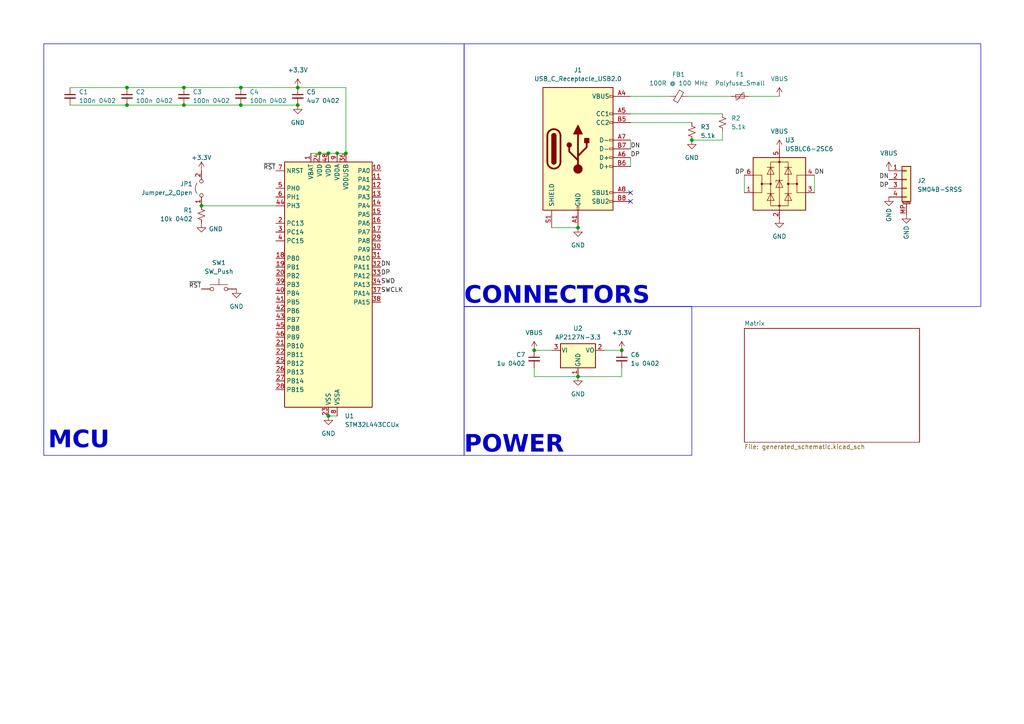
<source format=kicad_sch>
(kicad_sch (version 20230121) (generator eeschema)
  (paper "A4")
  (lib_symbols
    (symbol "Connector:USB_C_Receptacle_USB2.0" (pin_names (offset 1.016))
      (property "Reference" "J" (at -10.16 19.05 0))
      (property "Value" "USB_C_Receptacle_USB2.0" (at 19.05 19.05 0))
      (symbol "USB_C_Receptacle_USB2.0_0_0"
        (rectangle (start -0.254 -17.78) (end 0.254 -16.764))
        (rectangle (start 10.16 -14.986) (end 9.144 -15.494))
        (rectangle (start 10.16 -12.446) (end 9.144 -12.954))
        (rectangle (start 10.16 -4.826) (end 9.144 -5.334))
        (rectangle (start 10.16 -2.286) (end 9.144 -2.794))
        (rectangle (start 10.16 0.254) (end 9.144 -0.254))
        (rectangle (start 10.16 2.794) (end 9.144 2.286))
        (rectangle (start 10.16 7.874) (end 9.144 7.366))
        (rectangle (start 10.16 10.414) (end 9.144 9.906))
        (rectangle (start 10.16 15.494) (end 9.144 14.986))
      )
      (symbol "USB_C_Receptacle_USB2.0_0_1"
        (rectangle (start -10.16 17.78) (end 10.16 -17.78) (stroke (width 0.254)) (fill (type background)))
        (arc (start -8.89 -3.81) (mid -6.985 -5.7067) (end -5.08 -3.81) (stroke (width 0.508)))
        (arc (start -7.62 -3.81) (mid -6.985 -4.4423) (end -6.35 -3.81) (stroke (width 0.254)))
        (arc (start -7.62 -3.81) (mid -6.985 -4.4423) (end -6.35 -3.81) (stroke (width 0.254)) (fill (type outline)))
        (rectangle (start -7.62 -3.81) (end -6.35 3.81) (stroke (width 0.254)) (fill (type outline)))
        (arc (start -6.35 3.81) (mid -6.985 4.4423) (end -7.62 3.81) (stroke (width 0.254)))
        (arc (start -6.35 3.81) (mid -6.985 4.4423) (end -7.62 3.81) (stroke (width 0.254)) (fill (type outline)))
        (arc (start -5.08 3.81) (mid -6.985 5.7067) (end -8.89 3.81) (stroke (width 0.508)))
        (circle (center -2.54 1.143) (radius 0.635) (stroke (width 0.254)) (fill (type outline)))
        (circle (center 0 -5.842) (radius 1.27) (fill (type outline)))
        (polyline (pts (xy -8.89 -3.81) (xy -8.89 3.81)) (stroke (width 0.508)))
        (polyline (pts (xy -5.08 3.81) (xy -5.08 -3.81)) (stroke (width 0.508)))
        (polyline (pts (xy 0 -5.842) (xy 0 4.318)) (stroke (width 0.508)))
        (polyline (pts (xy 0 -3.302) (xy -2.54 -0.762) (xy -2.54 0.508)) (stroke (width 0.508)))
        (polyline (pts (xy 0 -2.032) (xy 2.54 0.508) (xy 2.54 1.778)) (stroke (width 0.508)))
        (polyline (pts (xy -1.27 4.318) (xy 0 6.858) (xy 1.27 4.318) (xy -1.27 4.318)) (stroke (width 0.254)) (fill (type outline)))
        (rectangle (start 1.905 1.778) (end 3.175 3.048) (stroke (width 0.254)) (fill (type outline)))
      )
      (symbol "USB_C_Receptacle_USB2.0_1_1"
        (pin passive line (at 0 -22.86 90) (length 5.08) (name "GND") (number "A1"))
        (pin passive line (at 0 -22.86 90) (length 5.08) hide (name "GND") (number "A12"))
        (pin passive line (at 15.24 15.24 180) (length 5.08) (name "VBUS") (number "A4"))
        (pin bidirectional line (at 15.24 10.16 180) (length 5.08) (name "CC1") (number "A5"))
        (pin bidirectional line (at 15.24 -2.54 180) (length 5.08) (name "D+") (number "A6"))
        (pin bidirectional line (at 15.24 2.54 180) (length 5.08) (name "D-") (number "A7"))
        (pin bidirectional line (at 15.24 -12.7 180) (length 5.08) (name "SBU1") (number "A8"))
        (pin passive line (at 15.24 15.24 180) (length 5.08) hide (name "VBUS") (number "A9"))
        (pin passive line (at 0 -22.86 90) (length 5.08) hide (name "GND") (number "B1"))
        (pin passive line (at 0 -22.86 90) (length 5.08) hide (name "GND") (number "B12"))
        (pin passive line (at 15.24 15.24 180) (length 5.08) hide (name "VBUS") (number "B4"))
        (pin bidirectional line (at 15.24 7.62 180) (length 5.08) (name "CC2") (number "B5"))
        (pin bidirectional line (at 15.24 -5.08 180) (length 5.08) (name "D+") (number "B6"))
        (pin bidirectional line (at 15.24 0 180) (length 5.08) (name "D-") (number "B7"))
        (pin bidirectional line (at 15.24 -15.24 180) (length 5.08) (name "SBU2") (number "B8"))
        (pin passive line (at 15.24 15.24 180) (length 5.08) hide (name "VBUS") (number "B9"))
        (pin passive line (at -7.62 -22.86 90) (length 5.08) (name "SHIELD") (number "S1"))
      )
    )
    (symbol "Connector_Generic_MountingPin:Conn_01x04_MountingPin" (pin_names (offset 1.016) hide)
      (property "Reference" "J" (at 0 5.08 0))
      (property "Value" "Conn_01x04_MountingPin" (at 1.27 -7.62 0))
      (symbol "Conn_01x04_MountingPin_1_1"
        (rectangle (start -1.27 -4.953) (end 0 -5.207) (stroke (width 0.1524)))
        (rectangle (start -1.27 -2.413) (end 0 -2.667) (stroke (width 0.1524)))
        (rectangle (start -1.27 0.127) (end 0 -0.127) (stroke (width 0.1524)))
        (rectangle (start -1.27 2.667) (end 0 2.413) (stroke (width 0.1524)))
        (rectangle (start -1.27 3.81) (end 1.27 -6.35) (stroke (width 0.254)) (fill (type background)))
        (polyline (pts (xy -1.016 -7.112) (xy 1.016 -7.112)) (stroke (width 0.1524)))
        (text "Mounting" (at 0 -6.731 0) (effects (font (size 0.381 0.381))))
        (pin passive line (at -5.08 2.54 0) (length 3.81) (name "Pin_1") (number "1"))
        (pin passive line (at -5.08 0 0) (length 3.81) (name "Pin_2") (number "2"))
        (pin passive line (at -5.08 -2.54 0) (length 3.81) (name "Pin_3") (number "3"))
        (pin passive line (at -5.08 -5.08 0) (length 3.81) (name "Pin_4") (number "4"))
        (pin passive line (at 0 -10.16 90) (length 3.048) (name "MountPin") (number "MP"))
      )
    )
    (symbol "Device:C_Small" (pin_numbers hide) (pin_names (offset 0.254) hide)
      (property "Reference" "C" (at 0.254 1.778 0))
      (property "Value" "C_Small" (at 0.254 -2.032 0))
      (symbol "C_Small_0_1"
        (polyline (pts (xy -1.524 -0.508) (xy 1.524 -0.508)) (stroke (width 0.3302)))
        (polyline (pts (xy -1.524 0.508) (xy 1.524 0.508)) (stroke (width 0.3048)))
      )
      (symbol "C_Small_1_1"
        (pin passive line (at 0 2.54 270) (length 2.032) (name "~") (number "1"))
        (pin passive line (at 0 -2.54 90) (length 2.032) (name "~") (number "2"))
      )
    )
    (symbol "Device:FerriteBead_Small" (pin_numbers hide) (pin_names (offset 0))
      (property "Reference" "FB" (at 1.905 1.27 0))
      (property "Value" "FerriteBead_Small" (at 1.905 -1.27 0))
      (symbol "FerriteBead_Small_0_1"
        (polyline (pts (xy 0 -1.27) (xy 0 -0.7874)))
        (polyline (pts (xy 0 0.889) (xy 0 1.2954)))
        (polyline (pts (xy -1.8288 0.2794) (xy -1.1176 1.4986) (xy 1.8288 -0.2032) (xy 1.1176 -1.4224) (xy -1.8288 0.2794)))
      )
      (symbol "FerriteBead_Small_1_1"
        (pin passive line (at 0 2.54 270) (length 1.27) (name "~") (number "1"))
        (pin passive line (at 0 -2.54 90) (length 1.27) (name "~") (number "2"))
      )
    )
    (symbol "Device:Polyfuse_Small" (pin_numbers hide) (pin_names (offset 0))
      (property "Reference" "F" (at -1.905 0 90))
      (property "Value" "Polyfuse_Small" (at 1.905 0 90))
      (symbol "Polyfuse_Small_0_1"
        (rectangle (start -0.508 1.27) (end 0.508 -1.27))
        (polyline (pts (xy 0 2.54) (xy 0 -2.54)))
        (polyline (pts (xy -1.016 1.27) (xy -1.016 0.762) (xy 1.016 -0.762) (xy 1.016 -1.27)))
      )
      (symbol "Polyfuse_Small_1_1"
        (pin passive line (at 0 2.54 270) (length 0.635) (name "~") (number "1"))
        (pin passive line (at 0 -2.54 90) (length 0.635) (name "~") (number "2"))
      )
    )
    (symbol "Device:R_Small_US" (pin_numbers hide) (pin_names (offset 0.254) hide)
      (property "Reference" "R" (at 0.762 0.508 0))
      (property "Value" "R_Small_US" (at 0.762 -1.016 0))
      (symbol "R_Small_US_1_1"
        (polyline (pts (xy 0 0) (xy 1.016 -0.381) (xy 0 -0.762) (xy -1.016 -1.143) (xy 0 -1.524)))
        (polyline (pts (xy 0 1.524) (xy 1.016 1.143) (xy 0 0.762) (xy -1.016 0.381) (xy 0 0)))
        (pin passive line (at 0 2.54 270) (length 1.016) (name "~") (number "1"))
        (pin passive line (at 0 -2.54 90) (length 1.016) (name "~") (number "2"))
      )
    )
    (symbol "Jumper:Jumper_2_Open" (pin_names (offset 0) hide)
      (property "Reference" "JP" (at 0 2.794 0))
      (property "Value" "Jumper_2_Open" (at 0 -2.286 0))
      (symbol "Jumper_2_Open_0_0"
        (circle (center -2.032 0) (radius 0.508))
        (circle (center 2.032 0) (radius 0.508))
      )
      (symbol "Jumper_2_Open_0_1"
        (arc (start 1.524 1.27) (mid 0 1.778) (end -1.524 1.27))
      )
      (symbol "Jumper_2_Open_1_1"
        (pin passive line (at -5.08 0 0) (length 2.54) (name "A") (number "1"))
        (pin passive line (at 5.08 0 180) (length 2.54) (name "B") (number "2"))
      )
    )
    (symbol "MCU_ST_STM32L4:STM32L443CCUx"
      (property "Reference" "U" (at -12.7 36.83 0))
      (property "Value" "STM32L443CCUx" (at 7.62 36.83 0))
      (symbol "STM32L443CCUx_0_1"
        (rectangle (start -12.7 -35.56) (end 12.7 35.56) (stroke (width 0.254)) (fill (type background)))
      )
      (symbol "STM32L443CCUx_1_1"
        (pin power_in line (at -5.08 38.1 270) (length 2.54) (name "VBAT") (number "1"))
        (pin bidirectional line (at 15.24 33.02 180) (length 2.54) (name "PA0") (number "10"))
        (pin bidirectional line (at 15.24 30.48 180) (length 2.54) (name "PA1") (number "11"))
        (pin bidirectional line (at 15.24 27.94 180) (length 2.54) (name "PA2") (number "12"))
        (pin bidirectional line (at 15.24 25.4 180) (length 2.54) (name "PA3") (number "13"))
        (pin bidirectional line (at 15.24 22.86 180) (length 2.54) (name "PA4") (number "14"))
        (pin bidirectional line (at 15.24 20.32 180) (length 2.54) (name "PA5") (number "15"))
        (pin bidirectional line (at 15.24 17.78 180) (length 2.54) (name "PA6") (number "16"))
        (pin bidirectional line (at 15.24 15.24 180) (length 2.54) (name "PA7") (number "17"))
        (pin bidirectional line (at -15.24 7.62 0) (length 2.54) (name "PB0") (number "18"))
        (pin bidirectional line (at -15.24 5.08 0) (length 2.54) (name "PB1") (number "19"))
        (pin bidirectional line (at -15.24 17.78 0) (length 2.54) (name "PC13") (number "2"))
        (pin bidirectional line (at -15.24 2.54 0) (length 2.54) (name "PB2") (number "20"))
        (pin bidirectional line (at -15.24 -17.78 0) (length 2.54) (name "PB10") (number "21"))
        (pin bidirectional line (at -15.24 -20.32 0) (length 2.54) (name "PB11") (number "22"))
        (pin power_in line (at 0 -38.1 90) (length 2.54) (name "VSS") (number "23"))
        (pin power_in line (at -2.54 38.1 270) (length 2.54) (name "VDD") (number "24"))
        (pin bidirectional line (at -15.24 -22.86 0) (length 2.54) (name "PB12") (number "25"))
        (pin bidirectional line (at -15.24 -25.4 0) (length 2.54) (name "PB13") (number "26"))
        (pin bidirectional line (at -15.24 -27.94 0) (length 2.54) (name "PB14") (number "27"))
        (pin bidirectional line (at -15.24 -30.48 0) (length 2.54) (name "PB15") (number "28"))
        (pin bidirectional line (at 15.24 12.7 180) (length 2.54) (name "PA8") (number "29"))
        (pin bidirectional line (at -15.24 15.24 0) (length 2.54) (name "PC14") (number "3"))
        (pin bidirectional line (at 15.24 10.16 180) (length 2.54) (name "PA9") (number "30"))
        (pin bidirectional line (at 15.24 7.62 180) (length 2.54) (name "PA10") (number "31"))
        (pin bidirectional line (at 15.24 5.08 180) (length 2.54) (name "PA11") (number "32"))
        (pin bidirectional line (at 15.24 2.54 180) (length 2.54) (name "PA12") (number "33"))
        (pin bidirectional line (at 15.24 0 180) (length 2.54) (name "PA13") (number "34"))
        (pin passive line (at 0 -38.1 90) (length 2.54) hide (name "VSS") (number "35"))
        (pin power_in line (at 5.08 38.1 270) (length 2.54) (name "VDDUSB") (number "36"))
        (pin bidirectional line (at 15.24 -2.54 180) (length 2.54) (name "PA14") (number "37"))
        (pin bidirectional line (at 15.24 -5.08 180) (length 2.54) (name "PA15") (number "38"))
        (pin bidirectional line (at -15.24 0 0) (length 2.54) (name "PB3") (number "39"))
        (pin bidirectional line (at -15.24 12.7 0) (length 2.54) (name "PC15") (number "4"))
        (pin bidirectional line (at -15.24 -2.54 0) (length 2.54) (name "PB4") (number "40"))
        (pin bidirectional line (at -15.24 -5.08 0) (length 2.54) (name "PB5") (number "41"))
        (pin bidirectional line (at -15.24 -7.62 0) (length 2.54) (name "PB6") (number "42"))
        (pin bidirectional line (at -15.24 -10.16 0) (length 2.54) (name "PB7") (number "43"))
        (pin bidirectional line (at -15.24 22.86 0) (length 2.54) (name "PH3") (number "44"))
        (pin bidirectional line (at -15.24 -12.7 0) (length 2.54) (name "PB8") (number "45"))
        (pin bidirectional line (at -15.24 -15.24 0) (length 2.54) (name "PB9") (number "46"))
        (pin passive line (at 0 -38.1 90) (length 2.54) hide (name "VSS") (number "47"))
        (pin power_in line (at 0 38.1 270) (length 2.54) (name "VDD") (number "48"))
        (pin passive line (at 0 -38.1 90) (length 2.54) hide (name "VSS") (number "49"))
        (pin bidirectional line (at -15.24 27.94 0) (length 2.54) (name "PH0") (number "5"))
        (pin bidirectional line (at -15.24 25.4 0) (length 2.54) (name "PH1") (number "6"))
        (pin input line (at -15.24 33.02 0) (length 2.54) (name "NRST") (number "7"))
        (pin power_in line (at 2.54 -38.1 90) (length 2.54) (name "VSSA") (number "8"))
        (pin power_in line (at 2.54 38.1 270) (length 2.54) (name "VDDA") (number "9"))
      )
    )
    (symbol "Power_Protection:USBLC6-2SC6" (pin_names hide)
      (property "Reference" "U" (at 2.54 8.89 0))
      (property "Value" "USBLC6-2SC6" (at 2.54 -8.89 0))
      (symbol "USBLC6-2SC6_0_1"
        (rectangle (start -7.62 -7.62) (end 7.62 7.62) (stroke (width 0.254)) (fill (type background)))
        (circle (center -5.08 0) (radius 0.254) (fill (type outline)))
        (circle (center -2.54 0) (radius 0.254) (fill (type outline)))
        (rectangle (start -2.54 6.35) (end 2.54 -6.35))
        (circle (center 0 -6.35) (radius 0.254) (fill (type outline)))
        (polyline (pts (xy -5.08 -2.54) (xy -7.62 -2.54)))
        (polyline (pts (xy -5.08 0) (xy -5.08 -2.54)))
        (polyline (pts (xy -5.08 2.54) (xy -7.62 2.54)))
        (polyline (pts (xy -1.524 -2.794) (xy -3.556 -2.794)))
        (polyline (pts (xy -1.524 4.826) (xy -3.556 4.826)))
        (polyline (pts (xy 0 -7.62) (xy 0 -6.35)))
        (polyline (pts (xy 0 -6.35) (xy 0 1.27)))
        (polyline (pts (xy 0 1.27) (xy 0 6.35)))
        (polyline (pts (xy 0 6.35) (xy 0 7.62)))
        (polyline (pts (xy 1.524 -2.794) (xy 3.556 -2.794)))
        (polyline (pts (xy 1.524 4.826) (xy 3.556 4.826)))
        (polyline (pts (xy 5.08 -2.54) (xy 7.62 -2.54)))
        (polyline (pts (xy 5.08 0) (xy 5.08 -2.54)))
        (polyline (pts (xy 5.08 2.54) (xy 7.62 2.54)))
        (polyline (pts (xy -2.54 0) (xy -5.08 0) (xy -5.08 2.54)))
        (polyline (pts (xy 2.54 0) (xy 5.08 0) (xy 5.08 2.54)))
        (polyline (pts (xy -3.556 -4.826) (xy -1.524 -4.826) (xy -2.54 -2.794) (xy -3.556 -4.826)))
        (polyline (pts (xy -3.556 2.794) (xy -1.524 2.794) (xy -2.54 4.826) (xy -3.556 2.794)))
        (polyline (pts (xy -1.016 -1.016) (xy 1.016 -1.016) (xy 0 1.016) (xy -1.016 -1.016)))
        (polyline (pts (xy 1.016 1.016) (xy 0.762 1.016) (xy -1.016 1.016) (xy -1.016 0.508)))
        (polyline (pts (xy 3.556 -4.826) (xy 1.524 -4.826) (xy 2.54 -2.794) (xy 3.556 -4.826)))
        (polyline (pts (xy 3.556 2.794) (xy 1.524 2.794) (xy 2.54 4.826) (xy 3.556 2.794)))
        (circle (center 0 6.35) (radius 0.254) (fill (type outline)))
        (circle (center 2.54 0) (radius 0.254) (fill (type outline)))
        (circle (center 5.08 0) (radius 0.254) (fill (type outline)))
      )
      (symbol "USBLC6-2SC6_1_1"
        (pin passive line (at -10.16 -2.54 0) (length 2.54) (name "I/O1") (number "1"))
        (pin passive line (at 0 -10.16 90) (length 2.54) (name "GND") (number "2"))
        (pin passive line (at 10.16 -2.54 180) (length 2.54) (name "I/O2") (number "3"))
        (pin passive line (at 10.16 2.54 180) (length 2.54) (name "I/O2") (number "4"))
        (pin passive line (at 0 10.16 270) (length 2.54) (name "VBUS") (number "5"))
        (pin passive line (at -10.16 2.54 0) (length 2.54) (name "I/O1") (number "6"))
      )
    )
    (symbol "Regulator_Linear:AP2127N-3.3" (pin_names (offset 0.254))
      (property "Reference" "U" (at -3.81 3.175 0))
      (property "Value" "AP2127N-3.3" (at 0 3.175 0))
      (symbol "AP2127N-3.3_0_1"
        (rectangle (start -5.08 1.905) (end 5.08 -5.08) (stroke (width 0.254)) (fill (type background)))
      )
      (symbol "AP2127N-3.3_1_1"
        (pin power_in line (at 0 -7.62 90) (length 2.54) (name "GND") (number "1"))
        (pin power_out line (at 7.62 0 180) (length 2.54) (name "VO") (number "2"))
        (pin power_in line (at -7.62 0 0) (length 2.54) (name "VI") (number "3"))
      )
    )
    (symbol "Switch:SW_Push" (pin_numbers hide) (pin_names (offset 1.016) hide)
      (property "Reference" "SW" (at 1.27 2.54 0))
      (property "Value" "SW_Push" (at 0 -1.524 0))
      (symbol "SW_Push_0_1"
        (circle (center -2.032 0) (radius 0.508))
        (polyline (pts (xy 0 1.27) (xy 0 3.048)))
        (polyline (pts (xy 2.54 1.27) (xy -2.54 1.27)))
        (circle (center 2.032 0) (radius 0.508))
        (pin passive line (at -5.08 0 0) (length 2.54) (name "1") (number "1"))
        (pin passive line (at 5.08 0 180) (length 2.54) (name "2") (number "2"))
      )
    )
    (symbol "power:+3.3V" (power) (pin_names (offset 0))
      (property "Value" "+3.3V" (at 0 3.556 0))
      (symbol "+3.3V_0_1"
        (polyline (pts (xy -0.762 1.27) (xy 0 2.54)))
        (polyline (pts (xy 0 0) (xy 0 2.54)))
        (polyline (pts (xy 0 2.54) (xy 0.762 1.27)))
      )
      (symbol "+3.3V_1_1"
        (pin power_in line (at 0 0 90) (length 0) hide (name "+3.3V") (number "1"))
      )
    )
    (symbol "power:GND" (power) (pin_names (offset 0))
      (property "Value" "GND" (at 0 -3.81 0))
      (symbol "GND_0_1"
        (polyline (pts (xy 0 0) (xy 0 -1.27) (xy 1.27 -1.27) (xy 0 -2.54) (xy -1.27 -1.27) (xy 0 -1.27)))
      )
      (symbol "GND_1_1"
        (pin power_in line (at 0 0 270) (length 0) hide (name "GND") (number "1"))
      )
    )
    (symbol "power:VBUS" (power) (pin_names (offset 0))
      (property "Value" "VBUS" (at 0 3.81 0))
      (symbol "VBUS_0_1"
        (polyline (pts (xy -0.762 1.27) (xy 0 2.54)))
        (polyline (pts (xy 0 0) (xy 0 2.54)))
        (polyline (pts (xy 0 2.54) (xy 0.762 1.27)))
      )
      (symbol "VBUS_1_1"
        (pin power_in line (at 0 0 90) (length 0) hide (name "VBUS") (number "1"))
      )
    )
  )
  (junction (at 86.36 30.48))
  (junction (at 53.34 25.4))
  (junction (at 167.64 109.22))
  (junction (at 58.42 59.69))
  (junction (at 95.25 44.45))
  (junction (at 95.25 120.65))
  (junction (at 167.64 66.04))
  (junction (at 36.83 30.48))
  (junction (at 92.71 44.45))
  (junction (at 154.94 101.6))
  (junction (at 97.79 44.45))
  (junction (at 100.33 44.45))
  (junction (at 69.85 30.48))
  (junction (at 69.85 25.4))
  (junction (at 200.66 40.64))
  (junction (at 36.83 25.4))
  (junction (at 53.34 30.48))
  (junction (at 180.34 101.6))
  (junction (at 86.36 25.4))
  (no_connect (at 182.88 58.42))
  (no_connect (at 182.88 55.88))
  (wire (pts (xy 182.88 40.64) (xy 182.88 43.18)))
  (wire (pts (xy 182.88 33.02) (xy 209.55 33.02)))
  (wire (pts (xy 154.94 106.68) (xy 154.94 109.22)))
  (wire (pts (xy 154.94 101.6) (xy 160.02 101.6)))
  (wire (pts (xy 69.85 25.4) (xy 86.36 25.4)))
  (wire (pts (xy 154.94 109.22) (xy 167.64 109.22)))
  (wire (pts (xy 236.22 50.8) (xy 236.22 55.88)))
  (wire (pts (xy 182.88 35.56) (xy 200.66 35.56)))
  (wire (pts (xy 209.55 40.64) (xy 209.55 38.1)))
  (wire (pts (xy 53.34 25.4) (xy 69.85 25.4)))
  (wire (pts (xy 53.34 30.48) (xy 69.85 30.48)))
  (wire (pts (xy 182.88 45.72) (xy 182.88 48.26)))
  (wire (pts (xy 212.09 27.94) (xy 199.39 27.94)))
  (wire (pts (xy 20.32 30.48) (xy 36.83 30.48)))
  (wire (pts (xy 180.34 106.68) (xy 180.34 109.22)))
  (wire (pts (xy 97.79 44.45) (xy 100.33 44.45)))
  (wire (pts (xy 100.33 25.4) (xy 100.33 44.45)))
  (wire (pts (xy 20.32 25.4) (xy 36.83 25.4)))
  (wire (pts (xy 95.25 120.65) (xy 97.79 120.65)))
  (wire (pts (xy 175.26 101.6) (xy 180.34 101.6)))
  (wire (pts (xy 215.9 50.8) (xy 215.9 55.88)))
  (wire (pts (xy 95.25 44.45) (xy 97.79 44.45)))
  (wire (pts (xy 90.17 44.45) (xy 92.71 44.45)))
  (wire (pts (xy 200.66 40.64) (xy 209.55 40.64)))
  (wire (pts (xy 180.34 109.22) (xy 167.64 109.22)))
  (wire (pts (xy 160.02 66.04) (xy 167.64 66.04)))
  (wire (pts (xy 86.36 25.4) (xy 100.33 25.4)))
  (wire (pts (xy 226.06 27.94) (xy 217.17 27.94)))
  (wire (pts (xy 69.85 30.48) (xy 86.36 30.48)))
  (wire (pts (xy 36.83 25.4) (xy 53.34 25.4)))
  (wire (pts (xy 58.42 59.69) (xy 80.01 59.69)))
  (wire (pts (xy 194.31 27.94) (xy 182.88 27.94)))
  (wire (pts (xy 92.71 44.45) (xy 95.25 44.45)))
  (wire (pts (xy 36.83 30.48) (xy 53.34 30.48)))
  (rectangle (start 134.62 88.9) (end 200.66 132.08))
  (rectangle (start 12.7 12.7) (end 134.62 132.08))
  (rectangle (start 134.62 12.7) (end 284.48 88.9))
  (text "POWER" (at 134.62 133.35 0) (effects (font (size 5 5) (thickness 1) bold) (justify left bottom)))
  (text "CONNECTORS" (at 134.62 90.17 0) (effects (font (size 5 5) (thickness 1) bold) (justify left bottom)))
  (text "MCU" (at 13.97 132.08 0) (effects (font (size 5 5) (thickness 1) bold) (justify left bottom)))
  (label "DP" (at 257.81 54.61 180))
  (label "SWD" (at 110.49 82.55 0))
  (label "~{RST}" (at 80.01 49.53 180))
  (label "DN" (at 236.22 50.8 0))
  (label "SWCLK" (at 110.49 85.09 0))
  (label "DP" (at 182.88 45.72 0))
  (label "DN" (at 257.81 52.07 180))
  (label "DP" (at 215.9 50.8 180))
  (label "DN" (at 182.88 43.18 0))
  (label "DN" (at 110.49 77.47 0))
  (label "~{RST}" (at 58.42 83.82 180))
  (label "DP" (at 110.49 80.01 0))
  (symbol (lib_id "Jumper:Jumper_2_Open") (at 58.42 54.61 90) (unit 1) (in_bom no)
    (property "Reference" "JP1" (at 55.88 53.34 90) (effects (justify left)))
    (property "Value" "Jumper_2_Open" (at 55.88 55.88 90) (effects (justify left)))
    (property "Footprint" "Connector_PinHeader_1.27mm:PinHeader_1x02_P1.27mm_Vertical" (effects hide))
  )
  (symbol (lib_id "Connector:USB_C_Receptacle_USB2.0") (at 167.64 43.18 0) (unit 1)
    (property "Reference" "J1" (at 167.64 20.32 0))
    (property "Value" "USB_C_Receptacle_USB2.0" (at 167.64 22.86 0))
    (property "Datasheet" "https://www.usb.org/sites/default/files/documents/usb_type-c.zip" (effects hide))
  )
  (symbol (lib_id "power:+3.3V") (at 86.36 25.4 0) (unit 1)
    (property "Reference" "#PWR01" (effects hide))
    (property "Value" "+3.3V" (at 86.36 20.32 0))
  )
  (symbol (lib_id "power:+3.3V") (at 58.42 49.53 0) (unit 1)
    (property "Reference" "#PWR03" (effects hide))
    (property "Value" "+3.3V" (at 58.42 45.72 0))
  )
  (symbol (lib_id "Device:R_Small_US") (at 200.66 38.1 0) (unit 1)
    (property "Reference" "R3" (at 203.2 36.83 0) (effects (justify left)))
    (property "Value" "5.1k" (at 203.2 39.37 0) (effects (justify left)))
  )
  (symbol (lib_id "Device:R_Small_US") (at 209.55 35.56 0) (unit 1)
    (property "Reference" "R2" (at 212.09 34.29 0) (effects (justify left)))
    (property "Value" "5.1k" (at 212.09 36.83 0) (effects (justify left)))
  )
  (symbol (lib_id "Device:C_Small") (at 154.94 104.14 0) (mirror y) (unit 1)
    (property "Reference" "C7" (at 152.4 102.8763 0) (effects (justify left)))
    (property "Value" "1u 0402" (at 152.4 105.4163 0) (effects (justify left)))
  )
  (symbol (lib_id "power:GND") (at 262.89 62.23 0) (unit 1)
    (property "Reference" "#PWR09" (effects hide))
    (property "Value" "GND" (at 262.89 65.405 90) (effects (justify right)))
  )
  (symbol (lib_id "power:GND") (at 58.42 64.77 0) (unit 1)
    (property "Reference" "#PWR04" (effects hide))
    (property "Value" "GND" (at 62.5797 66.4143 0))
  )
  (symbol (lib_id "power:VBUS") (at 226.06 27.94 0) (unit 1)
    (property "Reference" "#PWR013" (effects hide))
    (property "Value" "VBUS" (at 226.06 22.86 0))
  )
  (symbol (lib_id "Regulator_Linear:AP2127N-3.3") (at 167.64 101.6 0) (unit 1)
    (property "Reference" "U2" (at 167.64 95.25 0))
    (property "Value" "AP2127N-3.3" (at 167.64 97.79 0))
    (property "Footprint" "Package_TO_SOT_SMD:SOT-23" (effects hide))
    (property "Datasheet" "https://www.diodes.com/assets/Datasheets/AP2127.pdf" (effects hide))
  )
  (symbol (lib_id "power:VBUS") (at 154.94 101.6 0) (unit 1)
    (property "Reference" "#PWR010" (effects hide))
    (property "Value" "VBUS" (at 154.94 96.52 0))
  )
  (symbol (lib_id "power:GND") (at 257.81 57.15 0) (unit 1)
    (property "Reference" "#PWR08" (effects hide))
    (property "Value" "GND" (at 257.81 60.325 90) (effects (justify right)))
  )
  (symbol (lib_id "power:GND") (at 68.58 83.82 0) (unit 1)
    (property "Reference" "#PWR06" (effects hide))
    (property "Value" "GND" (at 68.58 88.9 0))
  )
  (symbol (lib_id "Device:R_Small_US") (at 58.42 62.23 0) (unit 1)
    (property "Reference" "R1" (at 55.88 60.96 0) (effects (justify right)))
    (property "Value" "10k 0402" (at 55.88 63.5 0) (effects (justify right)))
    (property "Footprint" "Resistor_SMD:R_0402_1005Metric" (effects hide))
    (property "LCSC" "C60490" (effects hide))
  )
  (symbol (lib_id "Device:C_Small") (at 69.85 27.94 0) (unit 1)
    (property "Reference" "C4" (at 72.39 26.6763 0) (effects (justify left)))
    (property "Value" "100n 0402" (at 72.39 29.2163 0) (effects (justify left)))
  )
  (symbol (lib_id "Switch:SW_Push") (at 63.5 83.82 0) (unit 1)
    (property "Reference" "SW1" (at 63.5 76.2 0))
    (property "Value" "SW_Push" (at 63.5 78.74 0))
  )
  (symbol (lib_id "Power_Protection:USBLC6-2SC6") (at 226.06 53.34 0) (unit 1)
    (property "Reference" "U3" (at 227.7111 40.64 0) (effects (justify left)))
    (property "Value" "USBLC6-2SC6" (at 227.7111 43.18 0) (effects (justify left)))
    (property "Footprint" "Package_TO_SOT_SMD:SOT-23-6" (effects hide))
    (property "Datasheet" "https://www.st.com/resource/en/datasheet/usblc6-2.pdf" (effects hide))
  )
  (symbol (lib_id "Device:Polyfuse_Small") (at 214.63 27.94 90) (unit 1)
    (property "Reference" "F1" (at 214.63 21.59 90))
    (property "Value" "Polyfuse_Small" (at 214.63 24.13 90))
  )
  (symbol (lib_id "Connector_Generic_MountingPin:Conn_01x04_MountingPin") (at 262.89 52.07 0) (unit 1)
    (property "Reference" "J2" (at 266.065 52.4255 0) (effects (justify left)))
    (property "Value" "SM04B-SRSS" (at 266.065 54.9655 0) (effects (justify left)))
    (property "Footprint" "Connector_JST:JST_SH_SM04B-SRSS-TB_1x04-1MP_P1.00mm_Horizontal" (effects hide))
    (property "Manufacturer" "JST" (effects hide))
    (property "Manufacturer Part Number" "SM04B-SRSS-TB" (effects hide))
    (property "LCSC Part Number" "C160404" (effects hide))
  )
  (symbol (lib_id "power:VBUS") (at 226.06 43.18 0) (unit 1)
    (property "Reference" "#PWR016" (effects hide))
    (property "Value" "VBUS" (at 226.06 38.1 0))
  )
  (symbol (lib_id "Device:C_Small") (at 53.34 27.94 0) (unit 1)
    (property "Reference" "C3" (at 55.88 26.6763 0) (effects (justify left)))
    (property "Value" "100n 0402" (at 55.88 29.2163 0) (effects (justify left)))
  )
  (symbol (lib_id "power:GND") (at 167.64 109.22 0) (unit 1)
    (property "Reference" "#PWR012" (effects hide))
    (property "Value" "GND" (at 167.64 114.3 0))
  )
  (symbol (lib_id "power:+3.3V") (at 180.34 101.6 0) (unit 1)
    (property "Reference" "#PWR011" (effects hide))
    (property "Value" "+3.3V" (at 180.34 96.52 0))
  )
  (symbol (lib_id "power:GND") (at 226.06 63.5 0) (unit 1)
    (property "Reference" "#PWR017" (effects hide))
    (property "Value" "GND" (at 226.06 68.58 0))
  )
  (symbol (lib_id "power:GND") (at 200.66 40.64 0) (unit 1)
    (property "Reference" "#PWR015" (effects hide))
    (property "Value" "GND" (at 200.66 45.72 0))
  )
  (symbol (lib_id "Device:FerriteBead_Small") (at 196.85 27.94 90) (unit 1)
    (property "Reference" "FB1" (at 196.8119 21.59 90))
    (property "Value" "100R @ 100 MHz" (at 196.8119 24.13 90))
  )
  (symbol (lib_id "Device:C_Small") (at 86.36 27.94 0) (unit 1)
    (property "Reference" "C5" (at 88.9 26.6763 0) (effects (justify left)))
    (property "Value" "4u7 0402" (at 88.9 29.2163 0) (effects (justify left)))
  )
  (symbol (lib_id "Device:C_Small") (at 180.34 104.14 0) (unit 1)
    (property "Reference" "C6" (at 182.88 102.8763 0) (effects (justify left)))
    (property "Value" "1u 0402" (at 182.88 105.4163 0) (effects (justify left)))
  )
  (symbol (lib_id "Device:C_Small") (at 36.83 27.94 0) (unit 1)
    (property "Reference" "C2" (at 39.37 26.6763 0) (effects (justify left)))
    (property "Value" "100n 0402" (at 39.37 29.2163 0) (effects (justify left)))
  )
  (symbol (lib_id "power:GND") (at 86.36 30.48 0) (unit 1)
    (property "Reference" "#PWR02" (effects hide))
    (property "Value" "GND" (at 86.36 35.56 0))
  )
  (symbol (lib_id "power:GND") (at 167.64 66.04 0) (unit 1)
    (property "Reference" "#PWR014" (effects hide))
    (property "Value" "GND" (at 167.64 71.12 0))
  )
  (symbol (lib_id "power:GND") (at 95.25 120.65 0) (unit 1)
    (property "Reference" "#PWR07" (effects hide))
    (property "Value" "GND" (at 95.25 125.73 0))
  )
  (symbol (lib_id "MCU_ST_STM32L4:STM32L443CCUx") (at 95.25 82.55 0) (unit 1)
    (property "Reference" "U1" (at 99.9841 120.65 0) (effects (justify left)))
    (property "Value" "STM32L443CCUx" (at 99.9841 123.19 0) (effects (justify left)))
    (property "Footprint" "Package_DFN_QFN:QFN-48-1EP_7x7mm_P0.5mm_EP5.6x5.6mm" (effects hide))
    (property "Datasheet" "https://www.st.com/resource/en/datasheet/stm32l443cc.pdf" (effects hide))
  )
  (symbol (lib_id "Device:C_Small") (at 20.32 27.94 0) (unit 1)
    (property "Reference" "C1" (at 22.86 26.6763 0) (effects (justify left)))
    (property "Value" "100n 0402" (at 22.86 29.2163 0) (effects (justify left)))
  )
  (symbol (lib_id "power:VBUS") (at 257.81 49.53 0) (unit 1)
    (property "Reference" "#PWR05" (effects hide))
    (property "Value" "VBUS" (at 257.81 44.45 0))
  )
  (sheet (at 215.9 95.25) (size 50.8 33.02) (stroke (width 0.1524))
    (property "Sheetname" "Matrix" (at 215.9 94.5384 0) (effects (justify left bottom)))
    (property "Sheetfile" "generated_schematic.kicad_sch" (at 215.9 128.8546 0) (effects (justify left top)))
  )
)
</source>
